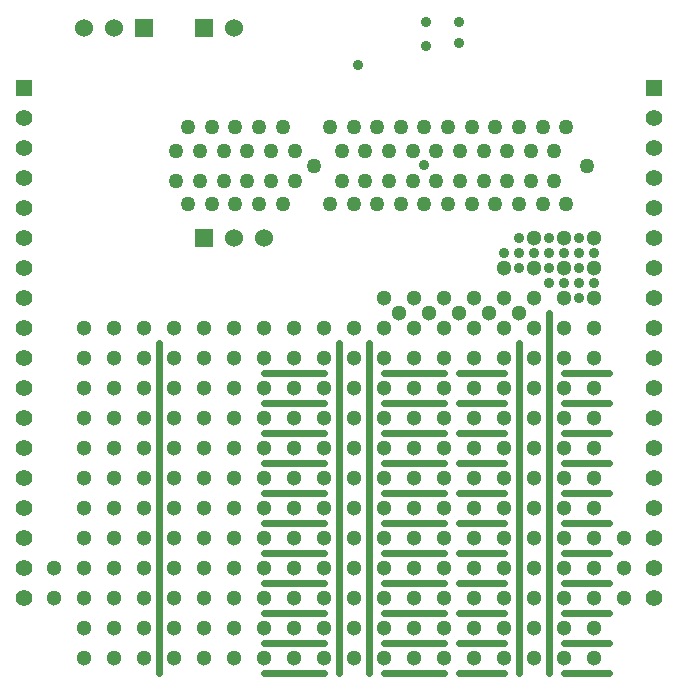
<source format=gbs>
G04 (created by PCBNEW (2013-dec-23)-stable) date Thu 15 May 2014 10:29:33 AM EDT*
%MOIN*%
G04 Gerber Fmt 3.4, Leading zero omitted, Abs format*
%FSLAX34Y34*%
G01*
G70*
G90*
G04 APERTURE LIST*
%ADD10C,0.00590551*%
%ADD11C,0.023622*%
%ADD12R,0.055X0.055*%
%ADD13C,0.055*%
%ADD14R,0.06X0.06*%
%ADD15C,0.06*%
%ADD16C,0.05*%
%ADD17C,0.0354331*%
%ADD18C,0.0511811*%
G04 APERTURE END LIST*
G54D10*
G54D11*
X100019Y-55330D02*
X101519Y-55330D01*
X100019Y-56330D02*
X101519Y-56330D01*
X100019Y-57330D02*
X101519Y-57330D01*
X100019Y-58330D02*
X101519Y-58330D01*
X100019Y-59330D02*
X101519Y-59330D01*
X100019Y-60330D02*
X101519Y-60330D01*
X100019Y-61330D02*
X101519Y-61330D01*
X100019Y-62330D02*
X101519Y-62330D01*
X100019Y-63330D02*
X101519Y-63330D01*
X100019Y-64330D02*
X101519Y-64330D01*
X100019Y-65330D02*
X101519Y-65330D01*
X96519Y-65330D02*
X98019Y-65330D01*
X96519Y-64330D02*
X98019Y-64330D01*
X96519Y-63330D02*
X98019Y-63330D01*
X96519Y-62330D02*
X98019Y-62330D01*
X96519Y-61330D02*
X98019Y-61330D01*
X96519Y-60330D02*
X98019Y-60330D01*
X96519Y-59330D02*
X98019Y-59330D01*
X96519Y-58330D02*
X98019Y-58330D01*
X96519Y-57330D02*
X98019Y-57330D01*
X96519Y-56330D02*
X98019Y-56330D01*
X96519Y-55330D02*
X98019Y-55330D01*
X94019Y-55330D02*
X96019Y-55330D01*
X94019Y-56330D02*
X96019Y-56330D01*
X94019Y-58330D02*
X96019Y-58330D01*
X94019Y-57330D02*
X96019Y-57330D01*
X94019Y-61330D02*
X96019Y-61330D01*
X94019Y-62330D02*
X96019Y-62330D01*
X94019Y-60330D02*
X96019Y-60330D01*
X94019Y-59330D02*
X96019Y-59330D01*
X94019Y-63330D02*
X96019Y-63330D01*
X94019Y-65330D02*
X96019Y-65330D01*
X94019Y-64330D02*
X96019Y-64330D01*
X90019Y-64330D02*
X92019Y-64330D01*
X90019Y-65330D02*
X92019Y-65330D01*
X90019Y-63330D02*
X92019Y-63330D01*
X90019Y-59330D02*
X92019Y-59330D01*
X90019Y-60330D02*
X92019Y-60330D01*
X90019Y-62330D02*
X92019Y-62330D01*
X90019Y-61330D02*
X92019Y-61330D01*
X90019Y-57330D02*
X92019Y-57330D01*
X90019Y-58330D02*
X92019Y-58330D01*
X90019Y-56330D02*
X92019Y-56330D01*
X90019Y-55330D02*
X92019Y-55330D01*
X86519Y-54330D02*
X86519Y-65330D01*
X92519Y-54330D02*
X92519Y-65330D01*
X93519Y-54330D02*
X93519Y-65330D01*
X99519Y-53330D02*
X99519Y-65330D01*
X98519Y-54330D02*
X98519Y-65330D01*
G54D12*
X103019Y-45830D03*
G54D13*
X103019Y-46830D03*
X103019Y-47830D03*
X103019Y-48830D03*
X103019Y-49830D03*
X103019Y-50830D03*
X103019Y-51830D03*
X103019Y-52830D03*
X103019Y-53830D03*
X103019Y-54830D03*
X103019Y-55830D03*
X103019Y-56830D03*
X103019Y-57830D03*
X103019Y-58830D03*
X103019Y-59830D03*
X103019Y-60830D03*
X103019Y-61830D03*
X103019Y-62830D03*
G54D12*
X82019Y-45830D03*
G54D13*
X82019Y-46830D03*
X82019Y-47830D03*
X82019Y-48830D03*
X82019Y-49830D03*
X82019Y-50830D03*
X82019Y-51830D03*
X82019Y-52830D03*
X82019Y-53830D03*
X82019Y-54830D03*
X82019Y-55830D03*
X82019Y-56830D03*
X82019Y-57830D03*
X82019Y-58830D03*
X82019Y-59830D03*
X82019Y-60830D03*
X82019Y-61830D03*
X82019Y-62830D03*
G54D14*
X88019Y-50830D03*
G54D15*
X89019Y-50830D03*
X90019Y-50830D03*
G54D14*
X86019Y-43830D03*
G54D15*
X85019Y-43830D03*
X84019Y-43830D03*
G54D16*
X87480Y-47146D03*
X87874Y-47933D03*
X88268Y-47146D03*
X88661Y-47933D03*
X89055Y-47146D03*
X89449Y-47933D03*
X89842Y-47146D03*
X90236Y-47933D03*
X90630Y-47146D03*
X91023Y-47933D03*
X92205Y-47146D03*
X92598Y-47933D03*
X92992Y-47146D03*
X93386Y-47933D03*
X93779Y-47146D03*
X94173Y-47933D03*
X94567Y-47146D03*
X94960Y-47933D03*
X95354Y-47146D03*
X95748Y-47933D03*
X96142Y-47146D03*
X96535Y-47933D03*
X96929Y-47146D03*
X97323Y-47933D03*
X97716Y-47146D03*
X98110Y-47933D03*
X98504Y-47146D03*
X98897Y-47933D03*
X99291Y-47146D03*
X99685Y-47933D03*
X100079Y-47146D03*
X87086Y-48916D03*
X87480Y-49704D03*
X87874Y-48916D03*
X88268Y-49704D03*
X88661Y-48916D03*
X89055Y-49704D03*
X89449Y-48916D03*
X89842Y-49704D03*
X90236Y-48916D03*
X90630Y-49704D03*
X91023Y-48916D03*
X92205Y-49704D03*
X92598Y-48916D03*
X92992Y-49704D03*
X93386Y-48916D03*
X93779Y-49704D03*
X94173Y-48916D03*
X94567Y-49704D03*
X94960Y-48916D03*
X95354Y-49704D03*
X95748Y-48916D03*
X96142Y-49704D03*
X96535Y-48916D03*
X96929Y-49704D03*
X97323Y-48916D03*
X97716Y-49704D03*
X98110Y-48916D03*
X98504Y-49704D03*
X98897Y-48916D03*
X99291Y-49704D03*
X99685Y-48916D03*
X100079Y-49704D03*
X87086Y-47933D03*
X91673Y-48425D03*
X100787Y-48425D03*
G54D14*
X88019Y-43830D03*
G54D15*
X89019Y-43830D03*
G54D17*
X100519Y-52830D03*
X98019Y-51330D03*
X98519Y-50830D03*
X98519Y-51330D03*
X98519Y-51830D03*
X101019Y-52330D03*
X100519Y-52330D03*
X100519Y-51830D03*
X101019Y-51330D03*
X100519Y-51330D03*
X100519Y-50830D03*
X100019Y-52330D03*
X99519Y-52330D03*
X99519Y-51830D03*
X100019Y-51330D03*
X99019Y-51330D03*
X99519Y-51330D03*
X99519Y-50830D03*
G54D18*
X98519Y-53330D03*
X97519Y-53330D03*
X96519Y-53330D03*
X95519Y-53330D03*
X94519Y-53330D03*
X99019Y-50830D03*
X100019Y-50830D03*
X101019Y-50830D03*
X101019Y-51830D03*
X95019Y-53830D03*
X96019Y-53830D03*
X97019Y-53830D03*
X94019Y-53830D03*
X91019Y-53830D03*
X98019Y-53830D03*
X90019Y-53830D03*
X98019Y-51830D03*
X98019Y-52830D03*
X94019Y-52830D03*
X97019Y-52830D03*
X96019Y-52830D03*
X95019Y-52830D03*
X84019Y-64830D03*
X86019Y-64830D03*
X85019Y-64830D03*
X89019Y-64830D03*
X88019Y-64830D03*
X87019Y-64830D03*
X95019Y-64830D03*
X96019Y-64830D03*
X97019Y-64830D03*
X93019Y-64830D03*
X94019Y-64830D03*
X92019Y-64830D03*
X91019Y-64830D03*
X100019Y-64830D03*
X99019Y-64830D03*
X101019Y-64830D03*
X98019Y-64830D03*
X90019Y-64830D03*
X90019Y-63830D03*
X98019Y-63830D03*
X101019Y-63830D03*
X99019Y-63830D03*
X100019Y-63830D03*
X91019Y-63830D03*
X92019Y-63830D03*
X94019Y-63830D03*
X93019Y-63830D03*
X97019Y-63830D03*
X96019Y-63830D03*
X95019Y-63830D03*
X87019Y-63830D03*
X88019Y-63830D03*
X89019Y-63830D03*
X85019Y-63830D03*
X86019Y-63830D03*
X84019Y-63830D03*
X84019Y-55830D03*
X86019Y-55830D03*
X85019Y-55830D03*
X89019Y-55830D03*
X88019Y-55830D03*
X87019Y-55830D03*
X95019Y-55830D03*
X96019Y-55830D03*
X97019Y-55830D03*
X93019Y-55830D03*
X94019Y-55830D03*
X91019Y-55830D03*
X100019Y-55830D03*
X99019Y-55830D03*
X101019Y-55830D03*
X98019Y-55830D03*
X90019Y-55830D03*
X90019Y-54830D03*
X98019Y-54830D03*
X101019Y-54830D03*
X99019Y-54830D03*
X100019Y-54830D03*
X91019Y-54830D03*
X92019Y-54830D03*
X93019Y-54830D03*
X97019Y-54830D03*
X96019Y-54830D03*
X95019Y-54830D03*
X87019Y-54830D03*
X88019Y-54830D03*
X89019Y-54830D03*
X85019Y-54830D03*
X86019Y-54830D03*
X84019Y-54830D03*
X100019Y-51830D03*
X99019Y-51830D03*
X101019Y-52830D03*
X100019Y-52830D03*
X84019Y-53830D03*
X85019Y-53830D03*
X89019Y-53830D03*
X88019Y-53830D03*
X87019Y-53830D03*
X100019Y-53830D03*
X101019Y-53830D03*
X90019Y-58830D03*
X98019Y-58830D03*
X101019Y-58830D03*
X99019Y-58830D03*
X100019Y-58830D03*
X91019Y-58830D03*
X92019Y-58830D03*
X94019Y-58830D03*
X93019Y-58830D03*
X97019Y-58830D03*
X96019Y-58830D03*
X95019Y-58830D03*
X87019Y-58830D03*
X88019Y-58830D03*
X89019Y-58830D03*
X85019Y-58830D03*
X86019Y-58830D03*
X84019Y-58830D03*
X84019Y-57830D03*
X86019Y-57830D03*
X85019Y-57830D03*
X89019Y-57830D03*
X88019Y-57830D03*
X87019Y-57830D03*
X95019Y-57830D03*
X96019Y-57830D03*
X97019Y-57830D03*
X93019Y-57830D03*
X94019Y-57830D03*
X92019Y-57830D03*
X91019Y-57830D03*
X100019Y-57830D03*
X99019Y-57830D03*
X101019Y-57830D03*
X98019Y-57830D03*
X90019Y-57830D03*
X90019Y-56830D03*
X98019Y-56830D03*
X101019Y-56830D03*
X99019Y-56830D03*
X100019Y-56830D03*
X91019Y-56830D03*
X92019Y-56830D03*
X94019Y-56830D03*
X93019Y-56830D03*
X97019Y-56830D03*
X96019Y-56830D03*
X95019Y-56830D03*
X87019Y-56830D03*
X88019Y-56830D03*
X89019Y-56830D03*
X85019Y-56830D03*
X86019Y-56830D03*
X84019Y-56830D03*
X84019Y-59830D03*
X86019Y-59830D03*
X85019Y-59830D03*
X89019Y-59830D03*
X88019Y-59830D03*
X87019Y-59830D03*
X95019Y-59830D03*
X96019Y-59830D03*
X97019Y-59830D03*
X93019Y-59830D03*
X94019Y-59830D03*
X92019Y-59830D03*
X91019Y-59830D03*
X100019Y-59830D03*
X99019Y-59830D03*
X101019Y-59830D03*
X98019Y-59830D03*
X90019Y-59830D03*
X90019Y-60830D03*
X98019Y-60830D03*
X101019Y-60830D03*
X102019Y-60830D03*
X99019Y-60830D03*
X100019Y-60830D03*
X91019Y-60830D03*
X92019Y-60830D03*
X94019Y-60830D03*
X93019Y-60830D03*
X97019Y-60830D03*
X96019Y-60830D03*
X95019Y-60830D03*
X87019Y-60830D03*
X88019Y-60830D03*
X89019Y-60830D03*
X85019Y-60830D03*
X86019Y-60830D03*
X84019Y-60830D03*
X83019Y-61830D03*
X84019Y-61830D03*
X86019Y-61830D03*
X85019Y-61830D03*
X89019Y-61830D03*
X88019Y-61830D03*
X87019Y-61830D03*
X95019Y-61830D03*
X96019Y-61830D03*
X97019Y-61830D03*
X93019Y-61830D03*
X94019Y-61830D03*
X92019Y-61830D03*
X91019Y-61830D03*
X100019Y-61830D03*
X99019Y-61830D03*
X102019Y-61830D03*
X101019Y-61830D03*
X98019Y-61830D03*
X90019Y-61830D03*
X90019Y-62830D03*
X98019Y-62830D03*
X101019Y-62830D03*
X102019Y-62830D03*
X99019Y-62830D03*
X100019Y-62830D03*
X91019Y-62830D03*
X92019Y-62830D03*
X94019Y-62830D03*
X93019Y-62830D03*
X97019Y-62830D03*
X96019Y-62830D03*
X95019Y-62830D03*
X87019Y-62830D03*
X88019Y-62830D03*
X89019Y-62830D03*
X85019Y-62830D03*
X86019Y-62830D03*
X84019Y-62830D03*
X83019Y-62830D03*
X94019Y-54830D03*
X92019Y-55830D03*
X93019Y-53830D03*
G54D17*
X95354Y-48385D03*
X95419Y-44430D03*
X95419Y-43630D03*
G54D18*
X99019Y-52830D03*
G54D17*
X93149Y-45078D03*
X96519Y-43630D03*
X96519Y-44330D03*
G54D18*
X86019Y-53830D03*
X99019Y-53830D03*
X92019Y-53830D03*
M02*

</source>
